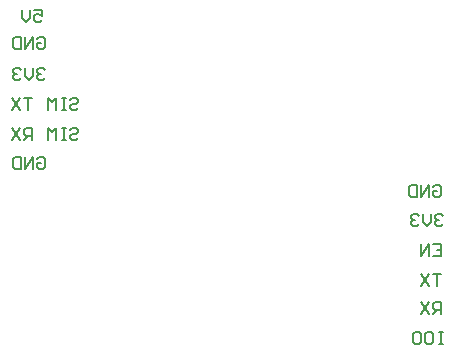
<source format=gbo>
G04*
G04 #@! TF.GenerationSoftware,Altium Limited,Altium Designer,23.4.1 (23)*
G04*
G04 Layer_Color=32896*
%FSLAX44Y44*%
%MOMM*%
G71*
G04*
G04 #@! TF.SameCoordinates,5B4701A4-F384-41A6-9C88-78B9FC1DD21D*
G04*
G04*
G04 #@! TF.FilePolarity,Positive*
G04*
G01*
G75*
%ADD13C,0.2032*%
D13*
X651597Y564216D02*
X653290Y565909D01*
X656675D01*
X658368Y564216D01*
Y557445D01*
X656675Y555752D01*
X653290D01*
X651597Y557445D01*
Y560830D01*
X654982D01*
X648211Y555752D02*
Y565909D01*
X641440Y555752D01*
Y565909D01*
X638055D02*
Y555752D01*
X632976D01*
X631283Y557445D01*
Y564216D01*
X632976Y565909D01*
X638055D01*
X994918Y315719D02*
X991532D01*
X993225D01*
Y305562D01*
X994918D01*
X991532D01*
X981376Y315719D02*
X984761D01*
X986454Y314026D01*
Y307255D01*
X984761Y305562D01*
X981376D01*
X979683Y307255D01*
Y314026D01*
X981376Y315719D01*
X976297Y314026D02*
X974605Y315719D01*
X971219D01*
X969526Y314026D01*
Y307255D01*
X971219Y305562D01*
X974605D01*
X976297Y307255D01*
Y314026D01*
X993648Y330962D02*
Y341119D01*
X988570D01*
X986877Y339426D01*
Y336040D01*
X988570Y334348D01*
X993648D01*
X990262D02*
X986877Y330962D01*
X983491Y341119D02*
X976720Y330962D01*
Y341119D02*
X983491Y330962D01*
X993648Y365249D02*
X986877D01*
X990262D01*
Y355092D01*
X983491Y365249D02*
X976720Y355092D01*
Y365249D02*
X983491Y355092D01*
X986877Y390649D02*
X993648D01*
Y380492D01*
X986877D01*
X993648Y385570D02*
X990262D01*
X983491Y380492D02*
Y390649D01*
X976720Y380492D01*
Y390649D01*
X986877Y438486D02*
X988570Y440179D01*
X991955D01*
X993648Y438486D01*
Y431715D01*
X991955Y430022D01*
X988570D01*
X986877Y431715D01*
Y435100D01*
X990262D01*
X983491Y430022D02*
Y440179D01*
X976720Y430022D01*
Y440179D01*
X973335D02*
Y430022D01*
X968256D01*
X966563Y431715D01*
Y438486D01*
X968256Y440179D01*
X973335D01*
X679537Y512146D02*
X681230Y513839D01*
X684615D01*
X686308Y512146D01*
Y510453D01*
X684615Y508760D01*
X681230D01*
X679537Y507068D01*
Y505375D01*
X681230Y503682D01*
X684615D01*
X686308Y505375D01*
X676151Y513839D02*
X672766D01*
X674458D01*
Y503682D01*
X676151D01*
X672766D01*
X667687D02*
Y513839D01*
X664302Y510453D01*
X660916Y513839D01*
Y503682D01*
X647374Y513839D02*
X640603D01*
X643988D01*
Y503682D01*
X637217Y513839D02*
X630446Y503682D01*
Y513839D02*
X637217Y503682D01*
X658368Y537546D02*
X656675Y539239D01*
X653290D01*
X651597Y537546D01*
Y535853D01*
X653290Y534160D01*
X654982D01*
X653290D01*
X651597Y532468D01*
Y530775D01*
X653290Y529082D01*
X656675D01*
X658368Y530775D01*
X648211Y539239D02*
Y532468D01*
X644826Y529082D01*
X641440Y532468D01*
Y539239D01*
X638055Y537546D02*
X636362Y539239D01*
X632976D01*
X631283Y537546D01*
Y535853D01*
X632976Y534160D01*
X634669D01*
X632976D01*
X631283Y532468D01*
Y530775D01*
X632976Y529082D01*
X636362D01*
X638055Y530775D01*
X651597Y462616D02*
X653290Y464309D01*
X656675D01*
X658368Y462616D01*
Y455845D01*
X656675Y454152D01*
X653290D01*
X651597Y455845D01*
Y459230D01*
X654982D01*
X648211Y454152D02*
Y464309D01*
X641440Y454152D01*
Y464309D01*
X638055D02*
Y454152D01*
X632976D01*
X631283Y455845D01*
Y462616D01*
X632976Y464309D01*
X638055D01*
X994918Y414356D02*
X993225Y416049D01*
X989840D01*
X988147Y414356D01*
Y412663D01*
X989840Y410970D01*
X991532D01*
X989840D01*
X988147Y409278D01*
Y407585D01*
X989840Y405892D01*
X993225D01*
X994918Y407585D01*
X984761Y416049D02*
Y409278D01*
X981376Y405892D01*
X977990Y409278D01*
Y416049D01*
X974605Y414356D02*
X972912Y416049D01*
X969526D01*
X967833Y414356D01*
Y412663D01*
X969526Y410970D01*
X971219D01*
X969526D01*
X967833Y409278D01*
Y407585D01*
X969526Y405892D01*
X972912D01*
X974605Y407585D01*
X649057Y588769D02*
X655828D01*
Y583690D01*
X652442Y585383D01*
X650750D01*
X649057Y583690D01*
Y580305D01*
X650750Y578612D01*
X654135D01*
X655828Y580305D01*
X645671Y588769D02*
Y581998D01*
X642286Y578612D01*
X638900Y581998D01*
Y588769D01*
X679537Y486746D02*
X681230Y488439D01*
X684615D01*
X686308Y486746D01*
Y485053D01*
X684615Y483360D01*
X681230D01*
X679537Y481668D01*
Y479975D01*
X681230Y478282D01*
X684615D01*
X686308Y479975D01*
X676151Y488439D02*
X672766D01*
X674458D01*
Y478282D01*
X676151D01*
X672766D01*
X667687D02*
Y488439D01*
X664302Y485053D01*
X660916Y488439D01*
Y478282D01*
X647374D02*
Y488439D01*
X642296D01*
X640603Y486746D01*
Y483360D01*
X642296Y481668D01*
X647374D01*
X643988D02*
X640603Y478282D01*
X637217Y488439D02*
X630446Y478282D01*
Y488439D02*
X637217Y478282D01*
M02*

</source>
